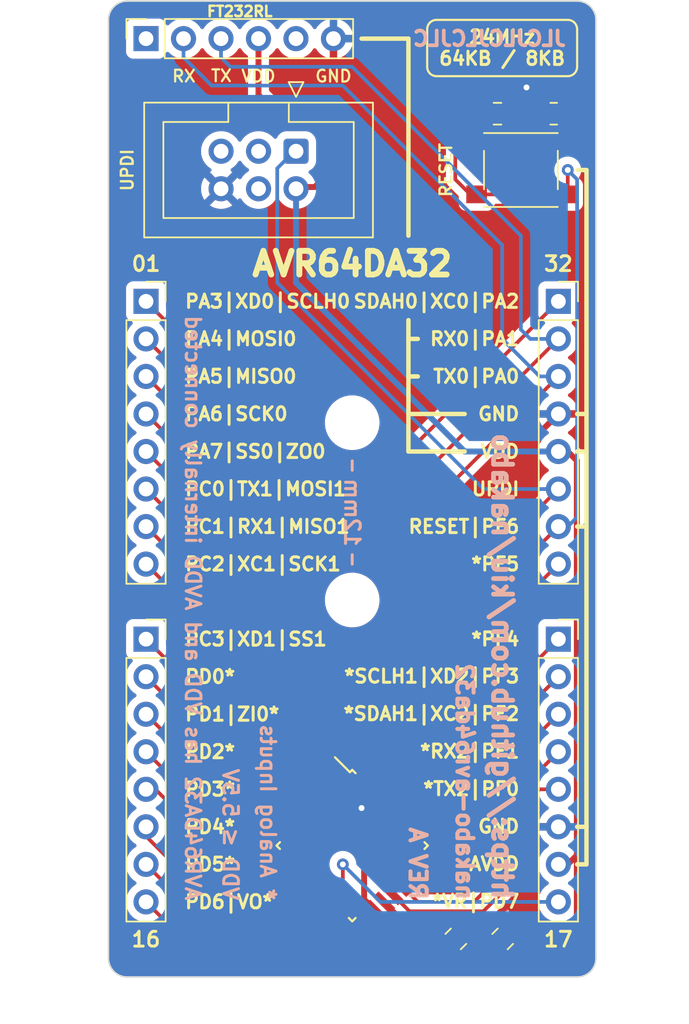
<source format=kicad_pcb>
(kicad_pcb (version 20221018) (generator pcbnew)
  (layers (0 "F.Cu" signal) (31 "B.Cu" signal) (34 "B.Paste" user) (35 "F.Paste" user) (36 "B.SilkS" user "B.Silkscreen") (37 "F.SilkS" user "F.Silkscreen") (38 "B.Mask" user) (39 "F.Mask" user) (44 "Edge.Cuts" user))
  (net 0 "")
  (net 1 "VCC")
  (net 2 "GND")
  (net 3 "PF6_RESET")
  (net 4 "PA3")
  (net 5 "PA4")
  (net 6 "PA5")
  (net 7 "PA6")
  (net 8 "PA7")
  (net 9 "PC0")
  (net 10 "PC1")
  (net 11 "PC2")
  (net 12 "PC3")
  (net 13 "PD1")
  (net 14 "PD2")
  (net 15 "PD3")
  (net 16 "PD4")
  (net 17 "PD5")
  (net 18 "PD6")
  (net 19 "PD7")
  (net 20 "PF0")
  (net 21 "PF1")
  (net 22 "PF2")
  (net 23 "PF3")
  (net 24 "PF4")
  (net 25 "PF5")
  (net 26 "PA0")
  (net 27 "PA1")
  (net 28 "PA2")
  (net 29 "UPDI")
  (net 31 "Net-(R1-Pad2)")
  (net 36 "PD0")
  (footprint "Connector_PinSocket_2.54mm:PinSocket_1x08_P2.54mm_Vertical" (layer "F.Cu") (at 134.62 96.52)
    (fp_text reference "J1" hide)
    (fp_text value "Conn_01x08")
    (fp_line (start -1.33 1.27) (end -1.33 19.11) (stroke (width 0.12)) (layer "F.SilkS"))
    (fp_line (start -1.33 1.27) (end 1.33 1.27) (stroke (width 0.12)) (layer "F.SilkS"))
    (fp_line (start -1.33 19.11) (end 1.33 19.11) (stroke (width 0.12)) (layer "F.SilkS"))
    (fp_line (start 0 -1.33) (end 1.33 -1.33) (stroke (width 0.12)) (layer "F.SilkS"))
    (fp_line (start 1.33 -1.33) (end 1.33 0) (stroke (width 0.12)) (layer "F.SilkS"))
    (fp_line (start 1.33 1.27) (end 1.33 19.11) (stroke (width 0.12)) (layer "F.SilkS"))
    (pad "1" thru_hole rect (at 0 0) (size 1.7 1.7) (drill 1) (layers "*.Cu" "*.Mask") (net 4 "PA3"))
    (pad "2" thru_hole oval (at 0 2.54) (size 1.7 1.7) (drill 1) (layers "*.Cu" "*.Mask") (net 5 "PA4"))
    (pad "3" thru_hole oval (at 0 5.08) (size 1.7 1.7) (drill 1) (layers "*.Cu" "*.Mask") (net 6 "PA5"))
    (pad "4" thru_hole oval (at 0 7.62) (size 1.7 1.7) (drill 1) (layers "*.Cu" "*.Mask") (net 7 "PA6"))
    (pad "5" thru_hole oval (at 0 10.16) (size 1.7 1.7) (drill 1) (layers "*.Cu" "*.Mask") (net 8 "PA7"))
    (pad "6" thru_hole oval (at 0 12.7) (size 1.7 1.7) (drill 1) (layers "*.Cu" "*.Mask") (net 9 "PC0"))
    (pad "7" thru_hole oval (at 0 15.24) (size 1.7 1.7) (drill 1) (layers "*.Cu" "*.Mask") (net 10 "PC1"))
    (pad "8" thru_hole oval (at 0 17.78) (size 1.7 1.7) (drill 1) (layers "*.Cu" "*.Mask") (net 11 "PC2"))
  )
  (footprint "Connector_IDC:IDC-Header_2x03_P2.54mm_Vertical" (layer "F.Cu") (at 144.785 86.36 -90)
    (fp_text reference "J5" hide)
    (fp_text value "AVR-UPDI-6")
    (fp_line (start -4.68 -0.5) (end -4.68 0.5) (stroke (width 0.12)) (layer "F.SilkS"))
    (fp_line (start -4.68 0.5) (end -3.68 0) (stroke (width 0.12)) (layer "F.SilkS"))
    (fp_line (start -3.68 0) (end -4.68 -0.5) (stroke (width 0.12)) (layer "F.SilkS"))
    (fp_line (start -3.29 -5.21) (end 5.83 -5.21) (stroke (width 0.12)) (layer "F.SilkS"))
    (fp_line (start -3.29 0.49) (end -1.98 0.49) (stroke (width 0.12)) (layer "F.SilkS"))
    (fp_line (start -3.29 10.29) (end -3.29 -5.21) (stroke (width 0.12)) (layer "F.SilkS"))
    (fp_line (start -1.98 -3.91) (end 4.52 -3.91) (stroke (width 0.12)) (layer "F.SilkS"))
    (fp_line (start -1.98 0.49) (end -1.98 -3.91) (stroke (width 0.12)) (layer "F.SilkS"))
    (fp_line (start -1.98 4.59) (end -3.29 4.59) (stroke (width 0.12)) (layer "F.SilkS"))
    (fp_line (start -1.98 4.59) (end -1.98 4.59) (stroke (width 0.12)) (layer "F.SilkS"))
    (fp_line (start -1.98 8.99) (end -1.98 4.59) (stroke (width 0.12)) (layer "F.SilkS"))
    (fp_line (start 4.52 -3.91) (end 4.52 8.99) (stroke (width 0.12)) (layer "F.SilkS"))
    (fp_line (start 4.52 8.99) (end -1.98 8.99) (stroke (width 0.12)) (layer "F.SilkS"))
    (fp_line (start 5.83 -5.21) (end 5.83 10.29) (stroke (width 0.12)) (layer "F.SilkS"))
    (fp_line (start 5.83 10.29) (end -3.29 10.29) (stroke (width 0.12)) (layer "F.SilkS"))
    (pad "1" thru_hole roundrect (at 0 0 270) (size 1.7 1.7) (drill 1) (layers "*.Cu" "*.Mask") (roundrect_rratio 0.1470588235) (net 29 "UPDI"))
    (pad "2" thru_hole circle (at 2.54 0 270) (size 1.7 1.7) (drill 1) (layers "*.Cu" "*.Mask") (net 1 "VCC"))
    (pad "3" thru_hole circle (at 0 2.54 270) (size 1.7 1.7) (drill 1) (layers "*.Cu" "*.Mask"))
    (pad "4" thru_hole circle (at 2.54 2.54 270) (size 1.7 1.7) (drill 1) (layers "*.Cu" "*.Mask"))
    (pad "5" thru_hole circle (at 0 5.08 270) (size 1.7 1.7) (drill 1) (layers "*.Cu" "*.Mask"))
    (pad "6" thru_hole circle (at 2.54 5.08 270) (size 1.7 1.7) (drill 1) (layers "*.Cu" "*.Mask") (net 2 "GND"))
  )
  (footprint "Capacitor_SMD:C_0805_2012Metric" (layer "F.Cu") (at 158.786751 139.663249 45)
    (fp_text reference "C2" hide)
    (fp_text value "100nF")
    (fp_line (start -0.261252 -0.735) (end 0.261252 -0.735) (stroke (width 0.12)) (layer "F.SilkS"))
    (fp_line (start -0.261252 0.735) (end 0.261252 0.735) (stroke (width 0.12)) (layer "F.SilkS"))
    (pad "1" smd roundrect (at -0.95 0 45) (size 1 1.45) (layers "F.Cu" "F.Paste" "F.Mask") (net 1 "VCC"))
    (pad "2" smd roundrect (at 0.95 0 45) (size 1 1.45) (layers "F.Cu" "F.Paste" "F.Mask") (net 2 "GND"))
  )
  (footprint "Capacitor_SMD:C_0805_2012Metric" (layer "F.Cu") (at 158.435 83.82)
    (fp_text reference "C3" hide)
    (fp_text value "100nF")
    (fp_line (start -0.261252 -0.735) (end 0.261252 -0.735) (stroke (width 0.12)) (layer "F.SilkS"))
    (fp_line (start -0.261252 0.735) (end 0.261252 0.735) (stroke (width 0.12)) (layer "F.SilkS"))
    (pad "1" smd roundrect (at -0.95 0) (size 1 1.45) (layers "F.Cu" "F.Paste" "F.Mask") (net 3 "PF6_RESET"))
    (pad "2" smd roundrect (at 0.95 0) (size 1 1.45) (layers "F.Cu" "F.Paste" "F.Mask") (net 2 "GND"))
  )
  (footprint "MountingHole:MountingHole_3.2mm_M3_DIN965" (layer "F.Cu") (at 148.59 104.73)
    (fp_text reference "H1" hide)
    (fp_text value "MountingHole")
    (pad "" np_thru_hole circle (at 0 0) (size 3.2 3.2) (drill 3.2) (layers "*.Cu" "*.Mask"))
  )
  (footprint "Connector_PinSocket_2.54mm:PinSocket_1x08_P2.54mm_Vertical" (layer "F.Cu") (at 162.56 119.38)
    (fp_text reference "J4" hide)
    (fp_text value "Conn_01x08")
    (fp_line (start -1.33 1.27) (end -1.33 19.11) (stroke (width 0.12)) (layer "F.SilkS"))
    (fp_line (start -1.33 1.27) (end 1.33 1.27) (stroke (width 0.12)) (layer "F.SilkS"))
    (fp_line (start -1.33 19.11) (end 1.33 19.11) (stroke (width 0.12)) (layer "F.SilkS"))
    (fp_line (start 0 -1.33) (end 1.33 -1.33) (stroke (width 0.12)) (layer "F.SilkS"))
    (fp_line (start 1.33 -1.33) (end 1.33 0) (stroke (width 0.12)) (layer "F.SilkS"))
    (fp_line (start 1.33 1.27) (end 1.33 19.11) (stroke (width 0.12)) (layer "F.SilkS"))
    (pad "1" thru_hole rect (at 0 0) (size 1.7 1.7) (drill 1) (layers "*.Cu" "*.Mask") (net 24 "PF4"))
    (pad "2" thru_hole oval (at 0 2.54) (size 1.7 1.7) (drill 1) (layers "*.Cu" "*.Mask") (net 23 "PF3"))
    (pad "3" thru_hole oval (at 0 5.08) (size 1.7 1.7) (drill 1) (layers "*.Cu" "*.Mask") (net 22 "PF2"))
    (pad "4" thru_hole oval (at 0 7.62) (size 1.7 1.7) (drill 1) (layers "*.Cu" "*.Mask") (net 21 "PF1"))
    (pad "5" thru_hole oval (at 0 10.16) (size 1.7 1.7) (drill 1) (layers "*.Cu" "*.Mask") (net 20 "PF0"))
    (pad "6" thru_hole oval (at 0 12.7) (size 1.7 1.7) (drill 1) (layers "*.Cu" "*.Mask") (net 2 "GND"))
    (pad "7" thru_hole oval (at 0 15.24) (size 1.7 1.7) (drill 1) (layers "*.Cu" "*.Mask") (net 1 "VCC"))
    (pad "8" thru_hole oval (at 0 17.78) (size 1.7 1.7) (drill 1) (layers "*.Cu" "*.Mask") (net 19 "PD7"))
  )
  (footprint "Package_QFP:TQFP-32_7x7mm_P0.8mm" (layer "F.Cu") (at 148.59 133.35 -45)
    (fp_text reference "U1" hide)
    (fp_text value "AVR64DA32")
    (fp_line (start -3.625 -3.625) (end -3.625 -3.4) (stroke (width 0.15)) (layer "F.SilkS"))
    (fp_line (start -3.625 -3.625) (end -3.3 -3.625) (stroke (width 0.15)) (layer "F.SilkS"))
    (fp_line (start -3.625 -3.4) (end -5.05 -3.4) (stroke (width 0.15)) (layer "F.SilkS"))
    (fp_line (start -3.625 3.625) (end -3.625 3.3) (stroke (width 0.15)) (layer "F.SilkS"))
    (fp_line (start -3.625 3.625) (end -3.3 3.625) (stroke (width 0.15)) (layer "F.SilkS"))
    (fp_line (start 3.625 -3.625) (end 3.3 -3.625) (stroke (width 0.15)) (layer "F.SilkS"))
    (fp_line (start 3.625 -3.625) (end 3.625 -3.3) (stroke (width 0.15)) (layer "F.SilkS"))
    (fp_line (start 3.625 3.625) (end 3.3 3.625) (stroke (width 0.15)) (layer "F.SilkS"))
    (fp_line (start 3.625 3.625) (end 3.625 3.3) (stroke (width 0.15)) (layer "F.SilkS"))
    (pad "1" smd rect (at -4.25 -2.8 315) (size 1.6 0.55) (layers "F.Cu" "F.Paste" "F.Mask") (net 4 "PA3"))
    (pad "2" smd rect (at -4.25 -2 315) (size 1.6 0.55) (layers "F.Cu" "F.Paste" "F.Mask") (net 5 "PA4"))
    (pad "3" smd rect (at -4.25 -1.2 315) (size 1.6 0.55) (layers "F.Cu" "F.Paste" "F.Mask") (net 6 "PA5"))
    (pad "4" smd rect (at -4.25 -0.4 315) (size 1.6 0.55) (layers "F.Cu" "F.Paste" "F.Mask") (net 7 "PA6"))
    (pad "5" smd rect (at -4.25 0.4 315) (size 1.6 0.55) (layers "F.Cu" "F.Paste" "F.Mask") (net 8 "PA7"))
    (pad "6" smd rect (at -4.25 1.2 315) (size 1.6 0.55) (layers "F.Cu" "F.Paste" "F.Mask") (net 9 "PC0"))
    (pad "7" smd rect (at -4.25 2 315) (size 1.6 0.55) (layers "F.Cu" "F.Paste" "F.Mask") (net 10 "PC1"))
    (pad "8" smd rect (at -4.25 2.8 315) (size 1.6 0.55) (layers "F.Cu" "F.Paste" "F.Mask") (net 11 "PC2"))
    (pad "9" smd rect (at -2.8 4.25 45) (size 1.6 0.55) (layers "F.Cu" "F.Paste" "F.Mask") (net 12 "PC3"))
    (pad "10" smd rect (at -2 4.25 45) (size 1.6 0.55) (layers "F.Cu" "F.Paste" "F.Mask") (net 36 "PD0"))
    (pad "11" smd rect (at -1.2 4.25 45) (size 1.6 0.55) (layers "F.Cu" "F.Paste" "F.Mask") (net 13 "PD1"))
    (pad "12" smd rect (at -0.4 4.25 45) (size 1.6 0.55) (layers "F.Cu" "F.Paste" "F.Mask") (net 14 "PD2"))
    (pad "13" smd rect (at 0.4 4.25 45) (size 1.6 0.55) (layers "F.Cu" "F.Paste" "F.Mask") (net 15 "PD3"))
    (pad "14" smd rect (at 1.2 4.25 45) (size 1.6 0.55) (layers "F.Cu" "F.Paste" "F.Mask") (net 16 "PD4"))
    (pad "15" smd rect (at 2 4.25 45) (size 1.6 0.55) (layers "F.Cu" "F.Paste" "F.Mask") (net 17 "PD5"))
    (pad "16" smd rect (at 2.8 4.25 45) (size 1.6 0.55) (layers "F.Cu" "F.Paste" "F.Mask") (net 18 "PD6"))
    (pad "17" smd rect (at 4.25 2.8 315) (size 1.6 0.55) (layers "F.Cu" "F.Paste" "F.Mask") (net 19 "PD7"))
    (pad "18" smd rect (at 4.25 2 315) (size 1.6 0.55) (layers "F.Cu" "F.Paste" "F.Mask") (net 1 "VCC"))
    (pad "19" smd rect (at 4.25 1.2 315) (size 1.6 0.55) (layers "F.Cu" "F.Paste" "F.Mask") (net 2 "GND"))
    (pad "20" smd rect (at 4.25 0.4 315) (size 1.6 0.55) (layers "F.Cu" "F.Paste" "F.Mask") (net 20 "PF0"))
    (pad "21" smd rect (at 4.25 -0.4 315) (size 1.6 0.55) (layers "F.Cu" "F.Paste" "F.Mask") (net 21 "PF1"))
    (pad "22" smd rect (at 4.25 -1.2 315) (size 1.6 0.55) (layers "F.Cu" "F.Paste" "F.Mask") (net 22 "PF2"))
    (pad "23" smd rect (at 4.25 -2 315) (size 1.6 0.55) (layers "F.Cu" "F.Paste" "F.Mask") (net 23 "PF3"))
    (pad "24" smd rect (at 4.25 -2.8 315) (size 1.6 0.55) (layers "F.Cu" "F.Paste" "F.Mask") (net 24 "PF4"))
    (pad "25" smd rect (at 2.8 -4.25 45) (size 1.6 0.55) (layers "F.Cu" "F.Paste" "F.Mask") (net 25 "PF5"))
    (pad "26" smd rect (at 2 -4.25 45) (size 1.6 0.55) (layers "F.Cu" "F.Paste" "F.Mask") (net 3 "PF6_RESET"))
    (pad "27" smd rect (at 1.2 -4.25 45) (size 1.6 0.55) (layers "F.Cu" "F.Paste" "F.Mask") (net 29 "UPDI"))
    (pad "28" smd rect (at 0.4 -4.25 45) (size 1.6 0.55) (layers "F.Cu" "F.Paste" "F.Mask") (net 1 "VCC"))
    (pad "29" smd rect (at -0.4 -4.25 45) (size 1.6 0.55) (layers "F.Cu" "F.Paste" "F.Mask") (net 2 "GND"))
    (pad "30" smd rect (at -1.2 -4.25 45) (size 1.6 0.55) (layers "F.Cu" "F.Paste" "F.Mask") (net 26 "PA0"))
    (pad "31" smd rect (at -2 -4.25 45) (size 1.6 0.55) (layers "F.Cu" "F.Paste" "F.Mask") (net 27 "PA1"))
    (pad "32" smd rect (at -2.8 -4.25 45) (size 1.6 0.55) (layers "F.Cu" "F.Paste" "F.Mask") (net 28 "PA2"))
  )
  (footprint "MountingHole:MountingHole_3.2mm_M3_DIN965" (layer "F.Cu") (at 148.59 116.73)
    (fp_text reference "H2" hide)
    (fp_text value "MountingHole")
    (pad "" np_thru_hole circle (at 0 0) (size 3.2 3.2) (drill 3.2) (layers "*.Cu" "*.Mask"))
  )
  (footprint "Capacitor_SMD:C_0805_2012Metric" (layer "F.Cu") (at 155.611751 139.663249 45)
    (fp_text reference "C1" hide)
    (fp_text value "10nF")
    (fp_line (start -0.261252 -0.735) (end 0.261252 -0.735) (stroke (width 0.12)) (layer "F.SilkS"))
    (fp_line (start -0.261252 0.735) (end 0.261252 0.735) (stroke (width 0.12)) (layer "F.SilkS"))
    (pad "1" smd roundrect (at -0.95 0 45) (size 1 1.45) (layers "F.Cu" "F.Paste" "F.Mask") (net 1 "VCC"))
    (pad "2" smd roundrect (at 0.95 0 45) (size 1 1.45) (layers "F.Cu" "F.Paste" "F.Mask") (net 2 "GND"))
  )
  (footprint "Connector_PinSocket_2.54mm:PinSocket_1x08_P2.54mm_Vertical" (layer "F.Cu") (at 134.62 119.38)
    (fp_text reference "J3" hide)
    (fp_text value "Conn_01x08")
    (fp_line (start -1.33 1.27) (end -1.33 19.11) (stroke (width 0.12)) (layer "F.SilkS"))
    (fp_line (start -1.33 1.27) (end 1.33 1.27) (stroke (width 0.12)) (layer "F.SilkS"))
    (fp_line (start -1.33 19.11) (end 1.33 19.11) (stroke (width 0.12)) (layer "F.SilkS"))
    (fp_line (start 0 -1.33) (end 1.33 -1.33) (stroke (width 0.12)) (layer "F.SilkS"))
    (fp_line (start 1.33 -1.33) (end 1.33 0) (stroke (width 0.12)) (layer "F.SilkS"))
    (fp_line (start 1.33 1.27) (end 1.33 19.11) (stroke (width 0.12)) (layer "F.SilkS"))
    (pad "1" thru_hole rect (at 0 0) (size 1.7 1.7) (drill 1) (layers "*.Cu" "*.Mask") (net 12 "PC3"))
    (pad "2" thru_hole oval (at 0 2.54) (size 1.7 1.7) (drill 1) (layers "*.Cu" "*.Mask") (net 36 "PD0"))
    (pad "3" thru_hole oval (at 0 5.08) (size 1.7 1.7) (drill 1) (layers "*.Cu" "*.Mask") (net 13 "PD1"))
    (pad "4" thru_hole oval (at 0 7.62) (size 1.7 1.7) (drill 1) (layers "*.Cu" "*.Mask") (net 14 "PD2"))
    (pad "5" thru_hole oval (at 0 10.16) (size 1.7 1.7) (drill 1) (layers "*.Cu" "*.Mask") (net 15 "PD3"))
    (pad "6" thru_hole oval (at 0 12.7) (size 1.7 1.7) (drill 1) (layers "*.Cu" "*.Mask") (net 16 "PD4"))
    (pad "7" thru_hole oval (at 0 15.24) (size 1.7 1.7) (drill 1) (layers "*.Cu" "*.Mask") (net 17 "PD5"))
    (pad "8" thru_hole oval (at 0 17.78) (size 1.7 1.7) (drill 1) (layers "*.Cu" "*.Mask") (net 18 "PD6"))
  )
  (footprint "kiu:SW_Push_1P1T_NO_4.5x4.5mm" (layer "F.Cu") (at 160.02 87.63 180)
    (fp_text reference "SW1" hide)
    (fp_text value "SW_Push")
    (fp_line (start -2.5 -2.5) (end 2.5 -2.5) (stroke (width 0.12)) (layer "F.SilkS"))
    (fp_line (start -2.5 -1.3) (end -2.5 1.3) (stroke (width 0.12)) (layer "F.SilkS"))
    (fp_line (start -2.5 2.5) (end 2.5 2.5) (stroke (width 0.12)) (layer "F.SilkS"))
    (fp_line (start 2.5 -1.3) (end 2.5 1.3) (stroke (width 0.12)) (layer "F.SilkS"))
    (pad "1" smd rect (at -3 -1.65 180) (size 1.4 1.2) (layers "F.Cu" "F.Paste" "F.Mask") (net 3 "PF6_RESET"))
    (pad "1" smd rect (at 3 -1.65 180) (size 1.4 1.2) (layers "F.Cu" "F.Paste" "F.Mask") (net 3 "PF6_RESET"))
    (pad "2" smd rect (at -3 1.65 180) (size 1.4 1.2) (layers "F.Cu" "F.Paste" "F.Mask") (net 31 "Net-(R1-Pad2)"))
    (pad "2" smd rect (at 3 1.65 180) (size 1.4 1.2) (layers "F.Cu" "F.Paste" "F.Mask") (net 31 "Net-(R1-Pad2)"))
  )
  (footprint "Connector_PinSocket_2.54mm:PinSocket_1x06_P2.54mm_Vertical" (layer "F.Cu") (at 134.62 78.74 90)
    (fp_text reference "J6" hide)
    (fp_text value "Conn_01x06")
    (fp_line (start -1.33 1.27) (end -1.33 14.03) (stroke (width 0.12)) (layer "F.SilkS"))
    (fp_line (start -1.33 1.27) (end 1.33 1.27) (stroke (width 0.12)) (layer "F.SilkS"))
    (fp_line (start -1.33 14.03) (end 1.33 14.03) (stroke (width 0.12)) (layer "F.SilkS"))
    (fp_line (start 0 -1.33) (end 1.33 -1.33) (stroke (width 0.12)) (layer "F.SilkS"))
    (fp_line (start 1.33 -1.33) (end 1.33 0) (stroke (width 0.12)) (layer "F.SilkS"))
    (fp_line (start 1.33 1.27) (end 1.33 14.03) (stroke (width 0.12)) (layer "F.SilkS"))
    (pad "1" thru_hole rect (at 0 0 90) (size 1.7 1.7) (drill 1) (layers "*.Cu" "*.Mask"))
    (pad "2" thru_hole oval (at 0 2.54 90) (size 1.7 1.7) (drill 1) (layers "*.Cu" "*.Mask") (net 26 "PA0"))
    (pad "3" thru_hole oval (at 0 5.08 90) (size 1.7 1.7) (drill 1) (layers "*.Cu" "*.Mask") (net 27 "PA1"))
    (pad "4" thru_hole oval (at 0 7.62 90) (size 1.7 1.7) (drill 1) (layers "*.Cu" "*.Mask") (net 1 "VCC"))
    (pad "5" thru_hole oval (at 0 10.16 90) (size 1.7 1.7) (drill 1) (layers "*.Cu" "*.Mask"))
    (pad "6" thru_hole oval (at 0 12.7 90) (size 1.7 1.7) (drill 1) (layers "*.Cu" "*.Mask") (net 2 "GND"))
  )
  (footprint "Connector_PinSocket_2.54mm:PinSocket_1x08_P2.54mm_Vertical" (layer "F.Cu") (at 162.56 96.52)
    (fp_text reference "J2" hide)
    (fp_text value "Conn_01x08")
    (fp_line (start -1.33 1.27) (end -1.33 19.11) (stroke (width 0.12)) (layer "F.SilkS"))
    (fp_line (start -1.33 1.27) (end 1.33 1.27) (stroke (width 0.12)) (layer "F.SilkS"))
    (fp_line (start -1.33 19.11) (end 1.33 19.11) (stroke (width 0.12)) (layer "F.SilkS"))
    (fp_line (start 0 -1.33) (end 1.33 -1.33) (stroke (width 0.12)) (layer "F.SilkS"))
    (fp_line (start 1.33 -1.33) (end 1.33 0) (stroke (width 0.12)) (layer "F.SilkS"))
    (fp_line (start 1.33 1.27) (end 1.33 19.11) (stroke (width 0.12)) (layer "F.SilkS"))
    (pad "1" thru_hole rect (at 0 0) (size 1.7 1.7) (drill 1) (layers "*.Cu" "*.Mask") (net 28 "PA2"))
    (pad "2" thru_hole oval (at 0 2.54) (size 1.7 1.7) (drill 1) (layers "*.Cu" "*.Mask") (net 27 "PA1"))
    (pad "3" thru_hole oval (at 0 5.08) (size 1.7 1.7) (drill 1) (layers "*.Cu" "*.Mask") (net 26 "PA0"))
    (pad "4" thru_hole oval (at 0 7.62) (size 1.7 1.7) (drill 1) (layers "*.Cu" "*.Mask") (net 2 "GND"))
    (pad "5" thru_hole oval (at 0 10.16) (size 1.7 1.7) (drill 1) (layers "*.Cu" "*.Mask") (net 1 "VCC"))
    (pad "6" thru_hole oval (at 0 12.7) (size 1.7 1.7) (drill 1) (layers "*.Cu" "*.Mask") (net 29 "UPDI"))
    (pad "7" thru_hole oval (at 0 15.24) (size 1.7 1.7) (drill 1) (layers "*.Cu" "*.Mask") (net 3 "PF6_RESET"))
    (pad "8" thru_hole oval (at 0 17.78) (size 1.7 1.7) (drill 1) (layers "*.Cu" "*.Mask") (net 25 "PF5"))
  )
  (footprint "Resistor_SMD:R_0805_2012Metric" (layer "F.Cu") (at 162.245 83.82)
    (fp_text reference "R1" hide)
    (fp_text value "330R")
    (fp_line (start -0.227064 -0.735) (end 0.227064 -0.735) (stroke (width 0.12)) (layer "F.SilkS"))
    (fp_line (start -0.227064 0.735) (end 0.227064 0.735) (stroke (width 0.12)) (layer "F.SilkS"))
    (pad "1" smd roundrect (at -0.9125 0) (size 1.025 1.4) (layers "F.Cu" "F.Paste" "F.Mask") (roundrect_rratio 0.243902439) (net 2 "GND"))
    (pad "2" smd roundrect (at 0.9125 0) (size 1.025 1.4) (layers "F.Cu" "F.Paste" "F.Mask") (roundrect_rratio 0.243902439) (net 31 "Net-(R1-Pad2)"))
  )
  (gr_line (start 148.59 113.665) (end 148.59 114.3) (stroke (width 0.2)) (layer "B.SilkS"))
  (gr_line (start 148.59 107.315) (end 148.59 107.95) (stroke (width 0.2)) (layer "B.SilkS"))
  (gr_line (start 152.4 101.6) (end 153.035 101.6) (stroke (width 0.3)) (layer "F.SilkS"))
  (gr_arc (start 154.305 81.28) (mid 153.855987 81.094013) (end 153.67 80.645) (stroke (width 0.15)) (layer "F.SilkS"))
  (gr_line (start 164.465 132.08) (end 163.83 132.08) (stroke (width 0.3)) (layer "F.SilkS"))
  (gr_line (start 163.83 106.68) (end 164.465 106.68) (stroke (width 0.3)) (layer "F.SilkS"))
  (gr_line (start 164.465 104.14) (end 163.83 104.14) (stroke (width 0.3)) (layer "F.SilkS"))
  (gr_arc (start 153.67 78.105) (mid 153.855987 77.655987) (end 154.305 77.47) (stroke (width 0.15)) (layer "F.SilkS"))
  (gr_line (start 152.4 99.06) (end 152.4 101.6) (stroke (width 0.3)) (layer "F.SilkS"))
  (gr_line (start 163.83 78.105) (end 163.83 80.645) (stroke (width 0.15)) (layer "F.SilkS"))
  (gr_line (start 152.4 104.14) (end 156.21 104.14) (stroke (width 0.3)) (layer "F.SilkS"))
  (gr_line (start 154.305 77.47) (end 163.195 77.47) (stroke (width 0.15)) (layer "F.SilkS"))
  (gr_arc (start 163.83 80.645) (mid 163.644013 81.094013) (end 163.195 81.28) (stroke (width 0.15)) (layer "F.SilkS"))
  (gr_line (start 164.465 87.63) (end 163.885 87.63) (stroke (width 0.3)) (layer "F.SilkS"))
  (gr_line (start 152.4 106.68) (end 156.21 106.68) (stroke (width 0.3)) (layer "F.SilkS"))
  (gr_line (start 164.465 106.68) (end 164.465 104.14) (stroke (width 0.3)) (layer "F.SilkS"))
  (gr_line (start 163.83 111.76) (end 164.465 111.76) (stroke (width 0.3)) (layer "F.SilkS"))
  (gr_line (start 152.4 101.6) (end 152.4 106.68) (stroke (width 0.3)) (layer "F.SilkS"))
  (gr_line (start 152.4 99.06) (end 152.4 97.79) (stroke (width 0.3)) (layer "F.SilkS"))
  (gr_line (start 149.225 78.74) (end 152.4 78.74) (stroke (width 0.3)) (layer "F.SilkS"))
  (gr_line (start 164.465 106.68) (end 164.465 134.62) (stroke (width 0.3)) (layer "F.SilkS"))
  (gr_line (start 164.465 134.62) (end 163.83 134.62) (stroke (width 0.3)) (layer "F.SilkS"))
  (gr_line (start 164.465 104.14) (end 164.465 87.63) (stroke (width 0.3)) (layer "F.SilkS"))
  (gr_arc (start 163.195 77.47) (mid 163.644013 77.655987) (end 163.83 78.105) (stroke (width 0.15)) (layer "F.SilkS"))
  (gr_line (start 152.4 92.075) (end 152.4 78.74) (stroke (width 0.3)) (layer "F.SilkS"))
  (gr_line (start 163.195 81.28) (end 154.305 81.28) (stroke (width 0.15)) (layer "F.SilkS"))
  (gr_line (start 153.67 80.645) (end 153.67 78.105) (stroke (width 0.15)) (layer "F.SilkS"))
  (gr_line (start 153.035 99.06) (end 152.4 99.06) (stroke (width 0.3)) (layer "F.SilkS"))
  (gr_arc (start 165.1 140.97) (mid 164.728026 141.868026) (end 163.83 142.24) (stroke (width 0.1)) (layer "Edge.Cuts"))
  (gr_line (start 132.08 77.47) (end 132.08 140.969999) (stroke (width 0.1)) (layer "Edge.Cuts"))
  (gr_arc (start 133.35 142.239999) (mid 132.451975 141.868025) (end 132.08 140.969999) (stroke (width 0.1)) (layer "Edge.Cuts"))
  (gr_arc (start 163.83 76.2) (mid 164.728026 76.571974) (end 165.1 77.47) (stroke (width 0.1)) (layer "Edge.Cuts"))
  (gr_line (start 133.35 142.239999) (end 163.83 142.24) (stroke (width 0.1)) (layer "Edge.Cuts"))
  (gr_line (start 163.83 76.2) (end 133.35 76.2) (stroke (width 0.1)) (layer "Edge.Cuts"))
  (gr_line (start 165.1 140.97) (end 165.1 77.47) (stroke (width 0.1)) (layer "Edge.Cuts"))
  (gr_arc (start 132.08 77.47) (mid 132.451974 76.571974) (end 133.35 76.2) (stroke (width 0.1)) (layer "Edge.Cuts"))
  (gr_text "https://github.com/kiu/nakabo" (at 158.75 137.16 270) (layer "B.SilkS") (effects (font (size 1.3 1.3) (thickness 0.325)) (justify left mirror)))
  (gr_text "12mm" (at 148.59 110.8075 270) (layer "B.SilkS") (effects (font (size 1 1) (thickness 0.2) bold) (justify mirror)))
  (gr_text "VDD ≤ 5.5V" (at 140.335 137.16 270) (layer "B.SilkS") (effects (font (size 1 1) (thickness 0.2)) (justify left mirror)))
  (gr_text "* Analog Inputs" (at 142.875 137.16 270) (layer "B.SilkS") (effects (font (size 1 1) (thickness 0.2)) (justify left mirror)))
  (gr_text "AVR64DA32 has VDD and AVDD internally connected" (at 137.795 137.16 270) (layer "B.SilkS") (effects (font (size 1 1) (thickness 0.2)) (justify left mirror)))
  (gr_text "nakabo-avr64da32" (at 156.21 137.16 270) (layer "B.SilkS") (effects (font (size 1.1 1.1) (thickness 0.275)) (justify left mirror)))
  (gr_text "JLCJLCJLCJLC" (at 163.195 78.74) (layer "B.SilkS") (effects (font (size 1 1) (thickness 0.25) bold) (justify left mirror)))
  (gr_text "REV A" (at 153.035 137.16 270) (layer "B.SilkS") (effects (font (size 1.1 1.1) (thickness 0.275)) (justify left mirror)))
  (gr_text "VDD" (at 142.24 81.28) (layer "F.SilkS") (effects (font (size 0.8 0.8))))
  (gr_text "GND" (at 160.02 132.05) (layer "F.SilkS") (effects (font (size 0.9 0.9) (thickness 0.2)) (justify right)))
  (gr_text "24MHz\n64KB / 8KB\n" (at 158.75 78.105) (layer "F.SilkS") (effects (font (size 0.9 0.9) (thickness 0.2)) (justify top)))
  (gr_text "PC3|XD1|SS1" (at 137.16 119.38) (layer "F.SilkS") (effects (font (size 0.9 0.9) (thickness 0.2)) (justify left)))
  (gr_text "PA6|SCK0" (at 137.16 104.14) (layer "F.SilkS") (effects (font (size 0.9 0.9) (thickness 0.2)) (justify left)))
  (gr_text "RX0|PA1" (at 160.02 99.06) (layer "F.SilkS") (effects (font (size 0.9 0.9) (thickness 0.2)) (justify right)))
  (gr_text "PD3*" (at 137.16 129.54) (layer "F.SilkS") (effects (font (size 0.9 0.9) (thickness 0.2)) (justify left)))
  (gr_text "PA5|MISO0" (at 137.16 101.6) (layer "F.SilkS") (effects (font (size 0.9 0.9) (thickness 0.2)) (justify left)))
  (gr_text "UPDI" (at 160.02 109.22) (layer "F.SilkS") (effects (font (size 0.9 0.9) (thickness 0.2)) (justify right)))
  (gr_text "PD1|ZI0*" (at 137.16 124.46) (layer "F.SilkS") (effects (font (size 0.9 0.9) (thickness 0.2)) (justify left)))
  (gr_text "PA3|XD0|SCLH0" (at 137.16 96.52) (layer "F.SilkS") (effects (font (size 0.9 0.9) (thickness 0.2)) (justify left)))
  (gr_text "17" (at 162.56 139.7) (layer "F.SilkS") (effects (font (size 1 1) (thickness 0.2))))
  (gr_text "RESET" (at 154.94 87.63 90) (layer "F.SilkS") (effects (font (size 0.8 0.8) (thickness 0.16) bold)))
  (gr_text "GND" (at 160.02 104.14) (layer "F.SilkS") (effects (font (size 0.9 0.9) (thickness 0.2)) (justify right)))
  (gr_text "*TX2|PF0" (at 160.02 129.51) (layer "F.SilkS") (effects (font (size 0.9 0.9) (thickness 0.2)) (justify right)))
  (gr_text "TX0|PA0" (at 160.02 101.6) (layer "F.SilkS") (effects (font (size 0.9 0.9) (thickness 0.2)) (justify right)))
  (gr_text "PD0*" (at 137.16 121.92) (layer "F.SilkS") (effects (font (size 0.9 0.9) (thickness 0.2)) (justify left)))
  (gr_text "PC1|RX1|MISO1" (at 137.16 111.76) (layer "F.SilkS") (effects (font (size 0.9 0.9) (thickness 0.2)) (justify left)))
  (gr_text "RX" (at 137.185 81.28) (layer "F.SilkS") (effects (font (size 0.8 0.8))))
  (gr_text "*SDAH1|XC2|PF2" (at 160.02 124.43) (layer "F.SilkS") (effects (font (size 0.9 0.9) (thickness 0.2)) (justify right)))
  (gr_text "RESET|PF6" (at 160.02 111.76) (layer "F.SilkS") (effects (font (size 0.9 0.9) (thickness 0.2)) (justify right)))
  (gr_text "32" (at 162.56 93.98) (layer "F.SilkS") (effects (font (size 1 1) (thickness 0.2))))
  (gr_text "PC2|XC1|SCK1" (at 137.16 114.3) (layer "F.SilkS") (effects (font (size 0.9 0.9) (thickness 0.2)) (justify left)))
  (gr_text "FT232RL" (at 140.97 76.9) (layer "F.SilkS") (effects (font (size 0.7 0.7) (thickness 0.175) bold)))
  (gr_text "*SCLH1|XD2|PF3" (at 160.02 121.89) (layer "F.SilkS") (effects (font (size 0.9 0.9) (thickness 0.2)) (justify right)))
  (gr_text "UPDI" (at 133.35 87.63 90) (layer "F.SilkS") (effects (font (size 0.8 0.8) (thickness 0.16) bold)))
  (gr_text "SDAH0|XC0|PA2" (at 160.02 96.52) (layer "F.SilkS") (effects (font (size 0.9 0.9) (thickness 0.2)) (justify right)))
  (gr_text "01" (at 134.62 93.98) (layer "F.SilkS") (effects (font (size 1 1) (thickness 0.2))))
  (gr_text "TX" (at 139.725 81.255) (layer "F.SilkS") (effects (font (size 0.8 0.8))))
  (gr_text "AVR64DA32" (at 148.59 93.98) (layer "F.SilkS") (effects (font (size 1.6 1.6) (thickness 0.4))))
  (gr_text "*PF5" (at 160.02 114.3) (layer "F.SilkS") (effects (font (size 0.9 0.9) (thickness 0.2)) (justify right)))
  (gr_text "16" (at 134.62 139.7) (layer "F.SilkS") (effects (font (size 1 1) (thickness 0.2))))
  (gr_text "PA4|MOSI0" (at 137.16 99.06) (layer "F.SilkS") (effects (font (size 0.9 0.9) (thickness 0.2)) (justify left)))
  (gr_text "*PF4" (at 160.02 119.38) (layer "F.SilkS") (effects (font (size 0.9 0.9) (thickness 0.2)) (justify right)))
  (gr_text "*VR|PD7" (at 160.02 137.13) (layer "F.SilkS") (effects (font (size 0.9 0.9) (thickness 0.2)) (justify right)))
  (gr_text "PA7|SS0|ZO0" (at 137.16 106.68) (layer "F.SilkS") (effects (font (size 0.9 0.9) (thickness 0.2)) (justify left)))
  (gr_text "*RX2|PF1" (at 160.02 126.97) (layer "F.SilkS") (effects (font (size 0.9 0.9) (thickness 0.2)) (justify right)))
  (gr_text "PD6|VO*" (at 137.16 137.16) (layer "F.SilkS") (effects (font (size 0.9 0.9) (thickness 0.2)) (justify left)))
  (gr_text "PD4*" (at 137.16 132.08) (layer "F.SilkS") (effects (font (size 0.9 0.9) (thickness 0.2)) (justify left)))
  (gr_text "AVDD" (at 160.02 134.59) (layer "F.SilkS") (effects (font (size 0.9 0.9) (thickness 0.2)) (justify right)))
  (gr_text "PC0|TX1|MOSI1" (at 137.16 109.22) (layer "F.SilkS") (effects (font (size 0.9 0.9) (thickness 0.2)) (justify left)))
  (gr_text "PD5*" (at 137.16 134.62) (layer "F.SilkS") (effects (font (size 0.9 0.9) (thickness 0.2)) (justify left)))
  (gr_text "VDD" (at 160.02 106.68) (layer "F.SilkS") (effects (font (size 0.9 0.9) (thickness 0.2)) (justify right)))
  (gr_text "PD2*" (at 137.16 127) (layer "F.SilkS") (effects (font (size 0.9 0.9) (thickness 0.2)) (justify left)))
  (gr_text "GND" (at 147.32 81.28) (layer "F.SilkS") (effects (font (size 0.8 0.8))))
  (segment (start 149.398287 133.107399) (end 151.878047 130.627639) (width 0.4) (layer "F.Cu") (net 1))
  (segment (start 154.268249 140.371751) (end 157.443249 140.371751) (width 0.4) (layer "F.Cu") (net 1))
  (segment (start 146.685 84.455) (end 146.685 88.1475) (width 0.4) (layer "F.Cu") (net 1))
  (segment (start 143.51 83.82) (end 146.05 83.82) (width 0.4) (layer "F.Cu") (net 1))
  (segment (start 162.56 134.62) (end 163.195 134.62) (width 0.4) (layer "F.Cu") (net 1))
  (segment (start 163.81 134.005) (end 163.81 139.085) (width 0.4) (layer "F.Cu") (net 1))
  (segment (start 146.05 83.82) (end 146.685 84.455) (width 0.4) (layer "F.Cu") (net 1))
  (segment (start 146.05 88.7825) (end 144.785 88.7825) (width 0.4) (layer "F.Cu") (net 1))
  (segment (start 163.81 134.005) (end 163.81 107.295) (width 0.4) (layer "F.Cu") (net 1))
  (segment (start 152.783324 140.371751) (end 154.268249 140.371751) (width 0.4) (layer "F.Cu") (net 1))
  (segment (start 163.195 106.68) (end 162.56 106.68) (width 0.4) (layer "F.Cu") (net 1))
  (segment (start 163.81 139.085) (end 162.56 140.335) (width 0.4) (layer "F.Cu") (net 1))
  (segment (start 163.81 107.295) (end 163.195 106.68) (width 0.4) (layer "F.Cu") (net 1))
  (segment (start 157.48 140.335) (end 157.443249 140.371751) (width 0.4) (layer "F.Cu") (net 1))
  (segment (start 163.195 134.62) (end 163.81 134.005) (width 0.4) (layer "F.Cu") (net 1))
  (segment (start 146.685 88.1475) (end 146.05 88.7825) (width 0.4) (layer "F.Cu") (net 1))
  (segment (start 142.24 82.55) (end 143.51 83.82) (width 0.4) (layer "F.Cu") (net 1))
  (segment (start 142.24 78.74) (end 142.24 82.55) (width 0.4) (layer "F.Cu") (net 1))
  (segment (start 150.18099 137.769417) (end 152.783324 140.371751) (width 0.4) (layer "F.Cu") (net 1))
  (segment (start 162.56 140.335) (end 157.48 140.335) (width 0.4) (layer "F.Cu") (net 1))
  (segment (start 149.398287 136.986713) (end 149.398287 133.107399) (width 0.4) (layer "F.Cu") (net 1))
  (segment (start 150.18099 137.769417) (end 149.398287 136.986713) (width 0.4) (layer "F.Cu") (net 1))
  (segment (start 144.785 88.7825) (end 144.785 93.985) (width 0.4) (layer "B.Cu") (net 1))
  (segment (start 156.21 106.68) (end 144.78 95.25) (width 0.4) (layer "B.Cu") (net 1))
  (segment (start 144.78 93.99) (end 144.785 93.985) (width 0.4) (layer "B.Cu") (net 1))
  (segment (start 144.78 95.25) (end 144.78 93.99) (width 0.4) (layer "B.Cu") (net 1))
  (segment (start 162.56 106.68) (end 156.21 106.68) (width 0.4) (layer "B.Cu") (net 1))
  (segment (start 150.564314 130.81) (end 149.225 130.81) (width 0.4) (layer "F.Cu") (net 2))
  (segment (start 160.655 132.715) (end 160.655 138.43) (width 0.4) (layer "F.Cu") (net 2))
  (segment (start 150.746676 137.203732) (end 152.571193 139.028249) (width 0.4) (layer "F.Cu") (net 2))
  (segment (start 161.29 132.08) (end 162.56 132.08) (width 0.4) (layer "F.Cu") (net 2))
  (segment (start 153.924 112.776) (end 153.924 127.450314) (width 0.4) (layer "F.Cu") (net 2))
  (segment (start 160.056751 139.028249) (end 158.786751 139.028249) (width 0.4) (layer "F.Cu") (net 2))
  (segment (start 152.571193 139.028249) (end 155.611751 139.028249) (width 0.4) (layer "F.Cu") (net 2))
  (segment (start 161.29 132.08) (end 160.655 132.715) (width 0.4) (layer "F.Cu") (net 2))
  (segment (start 162.56 104.14) (end 153.924 112.776) (width 0.4) (layer "F.Cu") (net 2))
  (segment (start 153.924 127.450314) (end 151.312361 130.061953) (width 0.4) (layer "F.Cu") (net 2))
  (segment (start 155.611751 139.028249) (end 158.786751 139.028249) (width 0.4) (layer "F.Cu") (net 2))
  (segment (start 151.312361 130.061953) (end 150.564314 130.81) (width 0.4) (layer "F.Cu") (net 2))
  (segment (start 160.655 138.43) (end 160.056751 139.028249) (width 0.4) (layer "F.Cu") (net 2))
  (via (at 149.225 130.81) (size 0.8) (drill 0.4) (layers "F.Cu" "B.Cu") (net 2))
  (via (at 160.401 82.042) (size 0.8) (drill 0.4) (layers "F.Cu" "B.Cu") (net 2))
  (segment (start 150.495 132.08) (end 162.56 132.08) (width 0.4) (layer "B.Cu") (net 2))
  (segment (start 149.225 130.81) (end 150.495 132.08) (width 0.4) (layer "B.Cu") (net 2))
  (segment (start 155.575 88.265) (end 156.59 89.28) (width 0.25) (layer "F.Cu") (net 3))
  (segment (start 162.56 111.76) (end 155.575 118.745) (width 0.25) (layer "F.Cu") (net 3))
  (segment (start 155.575 84.455) (end 155.575 88.265) (width 0.25) (layer "F.Cu") (net 3))
  (segment (start 156.21 83.82) (end 155.575 84.455) (width 0.25) (layer "F.Cu") (net 3))
  (segment (start 156.59 89.28) (end 157.02 89.28) (width 0.25) (layer "F.Cu") (net 3))
  (segment (start 157.02 89.28) (end 163.02 89.28) (width 0.25) (layer "F.Cu") (net 3))
  (segment (start 155.575 118.745) (end 155.575 129.193427) (width 0.25) (layer "F.Cu") (net 3))
  (segment (start 163.195 89.105) (end 163.02 89.28) (width 0.25) (layer "F.Cu") (net 3))
  (segment (start 157.485 83.82) (end 156.21 83.82) (width 0.25) (layer "F.Cu") (net 3))
  (segment (start 163.195 87.63) (end 163.195 89.105) (width 0.25) (layer "F.Cu") (net 3))
  (segment (start 155.575 129.193427) (end 153.009417 131.75901) (width 0.25) (layer "F.Cu") (net 3))
  (via (at 163.195 87.63) (size 0.8) (drill 0.4) (layers "F.Cu" "B.Cu") (net 3))
  (segment (start 163.83 111.125) (end 163.83 90.17) (width 0.25) (layer "B.Cu") (net 3))
  (segment (start 162.56 111.76) (end 163.195 111.76) (width 0.25) (layer "B.Cu") (net 3))
  (segment (start 163.195 111.76) (end 163.83 111.125) (width 0.25) (layer "B.Cu") (net 3))
  (segment (start 163.83 90.17) (end 163.83 88.265) (width 0.25) (layer "B.Cu") (net 3))
  (segment (start 163.83 88.265) (end 163.195 87.63) (width 0.25) (layer "B.Cu") (net 3))
  (segment (start 134.62 96.52) (end 145.415 107.315) (width 0.25) (layer "F.Cu") (net 4))
  (segment (start 145.415 126.238) (end 147.541897 128.364897) (width 0.25) (layer "F.Cu") (net 4))
  (segment (start 147.541897 128.364897) (end 147.564695 128.364897) (width 0.25) (layer "F.Cu") (net 4))
  (segment (start 145.415 107.315) (end 145.415 126.238) (width 0.25) (layer "F.Cu") (net 4))
  (segment (start 134.62 99.06) (end 144.78 109.22) (width 0.25) (layer "F.Cu") (net 5))
  (segment (start 144.78 109.22) (end 144.78 126.711573) (width 0.25) (layer "F.Cu") (net 5))
  (segment (start 144.78 126.711573) (end 146.99901 128.930583) (width 0.25) (layer "F.Cu") (net 5))
  (segment (start 144.145 127.207944) (end 146.433324 129.496268) (width 0.25) (layer "F.Cu") (net 6))
  (segment (start 144.145 111.125) (end 144.145 127.207944) (width 0.25) (layer "F.Cu") (net 6))
  (segment (start 134.62 101.6) (end 144.145 111.125) (width 0.25) (layer "F.Cu") (net 6))
  (segment (start 143.51 127.704314) (end 145.867639 130.061953) (width 0.25) (layer "F.Cu") (net 7))
  (segment (start 134.62 104.14) (end 143.51 113.03) (width 0.25) (layer "F.Cu") (net 7))
  (segment (start 143.51 113.03) (end 143.51 127.704314) (width 0.25) (layer "F.Cu") (net 7))
  (segment (start 134.62 106.68) (end 142.875 114.935) (width 0.25) (layer "F.Cu") (net 8))
  (segment (start 142.875 128.200686) (end 145.301953 130.627639) (width 0.25) (layer "F.Cu") (net 8))
  (segment (start 142.875 114.935) (end 142.875 128.200686) (width 0.25) (layer "F.Cu") (net 8))
  (segment (start 142.24 128.697056) (end 144.736268 131.193324) (width 0.25) (layer "F.Cu") (net 9))
  (segment (start 142.24 116.84) (end 142.24 128.697056) (width 0.25) (layer "F.Cu") (net 9))
  (segment (start 134.62 109.22) (end 142.24 116.84) (width 0.25) (layer "F.Cu") (net 9))
  (segment (start 141.605 129.193427) (end 144.170583 131.75901) (width 0.25) (layer "F.Cu") (net 10))
  (segment (start 141.605 118.745) (end 141.605 129.193427) (width 0.25) (layer "F.Cu") (net 10))
  (segment (start 134.62 111.76) (end 141.605 118.745) (width 0.25) (layer "F.Cu") (net 10))
  (segment (start 140.97 129.689798) (end 143.604897 132.324695) (width 0.25) (layer "F.Cu") (net 11))
  (segment (start 140.97 120.65) (end 140.97 129.689798) (width 0.25) (layer "F.Cu") (net 11))
  (segment (start 134.62 114.3) (end 140.97 120.65) (width 0.25) (layer "F.Cu") (net 11))
  (segment (start 134.62 119.38) (end 140.335 125.095) (width 0.25) (layer "F.Cu") (net 12))
  (segment (start 140.335 131.105408) (end 143.604897 134.375305) (width 0.25) (layer "F.Cu") (net 12))
  (segment (start 140.335 125.095) (end 140.335 131.105408) (width 0.25) (layer "F.Cu") (net 12))
  (segment (start 143.717944 136.525) (end 144.736268 135.506676) (width 0.25) (layer "F.Cu") (net 13))
  (segment (start 142.24345 136.525) (end 143.717944 136.525) (width 0.25) (layer "F.Cu") (net 13))
  (segment (start 134.62 124.46) (end 139.065 128.905) (width 0.25) (layer "F.Cu") (net 13))
  (segment (start 139.065 128.905) (end 139.065 133.34655) (width 0.25) (layer "F.Cu") (net 13))
  (segment (start 139.065 133.34655) (end 142.24345 136.525) (width 0.25) (layer "F.Cu") (net 13))
  (segment (start 141.605 137.16) (end 144.214314 137.16) (width 0.25) (layer "F.Cu") (net 14))
  (segment (start 137.795 130.175) (end 137.795 133.35) (width 0.25) (layer "F.Cu") (net 14))
  (segment (start 144.214314 137.16) (end 145.301953 136.072361) (width 0.25) (layer "F.Cu") (net 14))
  (segment (start 134.62 127) (end 137.795 130.175) (width 0.25) (layer "F.Cu") (net 14))
  (segment (start 137.795 133.35) (end 141.605 137.16) (width 0.25) (layer "F.Cu") (net 14))
  (segment (start 136.525 130.81) (end 136.525 133.35) (width 0.25) (layer "F.Cu") (net 15))
  (segment (start 136.525 133.35) (end 140.97 137.795) (width 0.25) (layer "F.Cu") (net 15))
  (segment (start 140.97 137.795) (end 144.710686 137.795) (width 0.25) (layer "F.Cu") (net 15))
  (segment (start 144.710686 137.795) (end 145.867639 136.638047) (width 0.25) (layer "F.Cu") (net 15))
  (segment (start 135.255 129.54) (end 136.525 130.81) (width 0.25) (layer "F.Cu") (net 15))
  (segment (start 134.62 129.54) (end 135.255 129.54) (width 0.25) (layer "F.Cu") (net 15))
  (segment (start 145.207056 138.43) (end 140.335 138.43) (width 0.25) (layer "F.Cu") (net 16))
  (segment (start 134.62 132.715) (end 134.62 132.08) (width 0.25) (layer "F.Cu") (net 16))
  (segment (start 146.433324 137.203732) (end 145.207056 138.43) (width 0.25) (layer "F.Cu") (net 16))
  (segment (start 140.335 138.43) (end 134.62 132.715) (width 0.25) (layer "F.Cu") (net 16))
  (segment (start 145.703426 139.065) (end 146.99901 137.769417) (width 0.25) (layer "F.Cu") (net 17))
  (segment (start 134.62 134.62) (end 139.065 139.065) (width 0.25) (layer "F.Cu") (net 17))
  (segment (start 139.065 139.065) (end 145.703426 139.065) (width 0.25) (layer "F.Cu") (net 17))
  (segment (start 146.199798 139.7) (end 147.564695 138.335103) (width 0.25) (layer "F.Cu") (net 18))
  (segment (start 134.62 137.16) (end 137.16 139.7) (width 0.25) (layer "F.Cu") (net 18))
  (segment (start 137.16 139.7) (end 146.199798 139.7) (width 0.25) (layer "F.Cu") (net 18))
  (segment (start 149.615305 138.335103) (end 148.197601 136.917399) (width 0.25) (layer "F.Cu") (net 19))
  (segment (start 148.197601 136.917399) (end 147.955 136.674798) (width 0.25) (layer "F.Cu") (net 19))
  (segment (start 147.955 136.674798) (end 147.955 134.62) (width 0.25) (layer "F.Cu") (net 19))
  (via (at 147.955 134.62) (size 0.8) (drill 0.4) (layers "F.Cu" "B.Cu") (net 19))
  (segment (start 162.56 137.16) (end 150.495 137.16) (width 0.25) (layer "B.Cu") (net 19))
  (segment (start 150.495 137.16) (end 147.955 134.62) (width 0.25) (layer "B.Cu") (net 19))
  (segment (start 151.312361 136.638047) (end 152.469314 137.795) (width 0.25) (layer "F.Cu") (net 20))
  (segment (start 159.385 135.89) (end 159.385 131.445) (width 0.25) (layer "F.Cu") (net 20))
  (segment (start 161.29 129.54) (end 162.56 129.54) (width 0.25) (layer "F.Cu") (net 20))
  (segment (start 152.469314 137.795) (end 157.48 137.795) (width 0.25) (layer "F.Cu") (net 20))
  (segment (start 159.385 131.445) (end 161.29 129.54) (width 0.25) (layer "F.Cu") (net 20))
  (segment (start 157.48 137.795) (end 159.385 135.89) (width 0.25) (layer "F.Cu") (net 20))
  (segment (start 162.56 127) (end 158.75 130.81) (width 0.25) (layer "F.Cu") (net 21))
  (segment (start 153.035 137.16) (end 151.947361 136.072361) (width 0.25) (layer "F.Cu") (net 21))
  (segment (start 158.75 135.255) (end 156.845 137.16) (width 0.25) (layer "F.Cu") (net 21))
  (segment (start 156.845 137.16) (end 153.035 137.16) (width 0.25) (layer "F.Cu") (net 21))
  (segment (start 158.75 130.81) (end 158.75 135.255) (width 0.25) (layer "F.Cu") (net 21))
  (segment (start 151.947361 136.072361) (end 151.878047 136.072361) (width 0.25) (layer "F.Cu") (net 21))
  (segment (start 156.21 136.525) (end 153.462056 136.525) (width 0.25) (layer "F.Cu") (net 22))
  (segment (start 158.115 134.62) (end 156.21 136.525) (width 0.25) (layer "F.Cu") (net 22))
  (segment (start 153.462056 136.525) (end 152.443732 135.506676) (width 0.25) (layer "F.Cu") (net 22))
  (segment (start 158.115 128.905) (end 158.115 134.62) (width 0.25) (layer "F.Cu") (net 22))
  (segment (start 162.56 124.46) (end 158.115 128.905) (width 0.25) (layer "F.Cu") (net 22))
  (segment (start 153.958427 135.89) (end 153.009417 134.94099) (width 0.25) (layer "F.Cu") (net 23))
  (segment (start 157.48 133.985) (end 155.575 135.89) (width 0.25) (layer "F.Cu") (net 23))
  (segment (start 155.575 135.89) (end 153.958427 135.89) (width 0.25) (layer "F.Cu") (net 23))
  (segment (start 162.56 121.92) (end 157.48 127) (width 0.25) (layer "F.Cu") (net 23))
  (segment (start 157.48 127) (end 157.48 133.985) (width 0.25) (layer "F.Cu") (net 23))
  (segment (start 162.56 119.38) (end 156.845 125.095) (width 0.25) (layer "F.Cu") (net 24))
  (segment (start 153.575103 134.375305) (end 156.845 131.105408) (width 0.25) (layer "F.Cu") (net 24))
  (segment (start 156.845 131.105408) (end 156.845 125.095) (width 0.25) (layer "F.Cu") (net 24))
  (segment (start 156.21 120.65) (end 156.21 129.689798) (width 0.25) (layer "F.Cu") (net 25))
  (segment (start 162.56 114.3) (end 156.21 120.65) (width 0.25) (layer "F.Cu") (net 25))
  (segment (start 156.21 129.689798) (end 153.575103 132.324695) (width 0.25) (layer "F.Cu") (net 25))
  (segment (start 150.746676 129.496268) (end 153.035 127.207944) (width 0.25) (layer "F.Cu") (net 26))
  (segment (start 162.56 101.6) (end 153.035 111.125) (width 0.25) (layer "F.Cu") (net 26))
  (segment (start 153.035 127.207944) (end 153.035 111.125) (width 0.25) (layer "F.Cu") (net 26))
  (segment (start 137.16 80.01) (end 139.065 81.915) (width 0.25) (layer "B.Cu") (net 26))
  (segment (start 158.75 92.71) (end 158.75 99.06) (width 0.25) (layer "B.Cu") (net 26))
  (segment (start 139.065 81.915) (end 147.955 81.915) (width 0.25) (layer "B.Cu") (net 26))
  (segment (start 161.29 101.6) (end 162.56 101.6) (width 0.25) (layer "B.Cu") (net 26))
  (segment (start 137.16 78.74) (end 137.16 80.01) (width 0.25) (layer "B.Cu") (net 26))
  (segment (start 147.955 81.915) (end 158.75 92.71) (width 0.25) (layer "B.Cu") (net 26))
  (segment (start 158.75 99.06) (end 161.29 101.6) (width 0.25) (layer "B.Cu") (net 26))
  (segment (start 152.4 126.711573) (end 150.18099 128.930583) (width 0.25) (layer "F.Cu") (net 27))
  (segment (start 162.56 99.06) (end 152.4 109.22) (width 0.25) (layer "F.Cu") (net 27))
  (segment (start 152.4 109.22) (end 152.4 126.711573) (width 0.25) (layer "F.Cu") (net 27))
  (segment (start 160.02 92.075) (end 160.02 98.425) (width 0.25) (layer "B.Cu") (net 27))
  (segment (start 139.7 78.74) (end 139.7 80.01) (width 0.25) (layer "B.Cu") (net 27))
  (segment (start 148.59 80.645) (end 160.02 92.075) (width 0.25) (layer "B.Cu") (net 27))
  (segment (start 139.7 80.01) (end 140.335 80.645) (width 0.25) (layer "B.Cu") (net 27))
  (segment (start 160.655 99.06) (end 162.56 99.06) (width 0.25) (layer "B.Cu") (net 27))
  (segment (start 140.335 80.645) (end 148.59 80.645) (width 0.25) (layer "B.Cu") (net 27))
  (segment (start 160.02 98.425) (end 160.655 99.06) (width 0.25) (layer "B.Cu") (net 27))
  (segment (start 162.56 96.52) (end 151.765 107.315) (width 0.25) (layer "F.Cu") (net 28))
  (segment (start 151.765 126.238) (end 149.638103 128.364897) (width 0.25) (layer "F.Cu") (net 28))
  (segment (start 149.638103 128.364897) (end 149.615305 128.364897) (width 0.25) (layer "F.Cu") (net 28))
  (segment (start 151.765 107.315) (end 151.765 126.238) (width 0.25) (layer "F.Cu") (net 28))
  (segment (start 162.56 109.22) (end 154.94 116.84) (width 0.25) (layer "F.Cu") (net 29))
  (segment (start 154.94 128.697056) (end 152.443732 131.193324) (width 0.25) (layer "F.Cu") (net 29))
  (segment (start 154.94 116.84) (end 154.94 128.697056) (width 0.25) (layer "F.Cu") (net 29))
  (segment (start 143.51 95.25) (end 143.51 87.5175) (width 0.25) (layer "B.Cu") (net 29))
  (segment (start 143.51 87.5175) (end 144.785 86.2425) (width 0.25) (layer "B.Cu") (net 29))
  (segment (start 162.56 109.22) (end 157.48 109.22) (width 0.25) (layer "B.Cu") (net 29))
  (segment (start 143.51 95.25) (end 157.48 109.22) (width 0.25) (layer "B.Cu") (net 29))
  (segment (start 157.02 85.98) (end 163.02 85.98) (width 0.25) (layer "F.Cu") (net 31))
  (segment (start 163.1575 85.8425) (end 163.02 85.98) (width 0.25) (layer "F.Cu") (net 31))
  (segment (start 163.1575 83.82) (end 163.1575 85.8425) (width 0.25) (layer "F.Cu") (net 31))
  (segment (start 134.62 121.92) (end 139.7 127) (width 0.25) (layer "F.Cu") (net 36))
  (segment (start 142.875 135.89) (end 139.7 132.715) (width 0.25) (layer "F.Cu") (net 36))
  (segment (start 142.875 135.89) (end 143.221573 135.89) (width 0.25) (layer "F.Cu") (net 36))
  (segment (start 143.221573 135.89) (end 144.170583 134.94099) (width 0.25) (layer "F.Cu") (net 36))
  (segment (start 139.7 127) (end 139.7 132.715) (width 0.25) (layer "F.Cu") (net 36))
  (zone (net 2) (net_name "GND") (layers "F&B.Cu") (connect_pads (clearance 0.508)) (min_thickness 0.254) (fill yes (thermal_gap 0.508) (thermal_bridge_width 0.508))
    (polygon (pts (xy 165.1 142.24) (xy 132.08 142.24) (xy 132.08 76.2) (xy 165.1 76.2)))
  )
)
</source>
